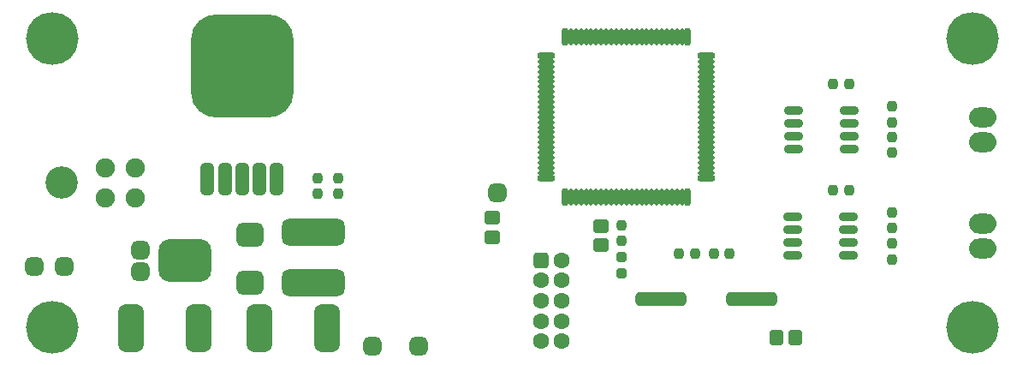
<source format=gts>
G04*
G04 #@! TF.GenerationSoftware,Altium Limited,Altium Designer,19.0.5 (141)*
G04*
G04 Layer_Color=8388736*
%FSLAX43Y43*%
%MOMM*%
G71*
G01*
G75*
G04:AMPARAMS|DCode=14|XSize=1.803mm|YSize=1.803mm|CornerRadius=0.502mm|HoleSize=0mm|Usage=FLASHONLY|Rotation=270.000|XOffset=0mm|YOffset=0mm|HoleType=Round|Shape=RoundedRectangle|*
%AMROUNDEDRECTD14*
21,1,1.803,0.800,0,0,270.0*
21,1,0.800,1.803,0,0,270.0*
1,1,1.003,-0.400,-0.400*
1,1,1.003,-0.400,0.400*
1,1,1.003,0.400,0.400*
1,1,1.003,0.400,-0.400*
%
%ADD14ROUNDEDRECTD14*%
G04:AMPARAMS|DCode=15|XSize=4.203mm|YSize=5.203mm|CornerRadius=1.102mm|HoleSize=0mm|Usage=FLASHONLY|Rotation=270.000|XOffset=0mm|YOffset=0mm|HoleType=Round|Shape=RoundedRectangle|*
%AMROUNDEDRECTD15*
21,1,4.203,3.000,0,0,270.0*
21,1,2.000,5.203,0,0,270.0*
1,1,2.203,-1.500,-1.000*
1,1,2.203,-1.500,1.000*
1,1,2.203,1.500,1.000*
1,1,2.203,1.500,-1.000*
%
%ADD15ROUNDEDRECTD15*%
G04:AMPARAMS|DCode=16|XSize=1.003mm|YSize=1.003mm|CornerRadius=0.302mm|HoleSize=0mm|Usage=FLASHONLY|Rotation=180.000|XOffset=0mm|YOffset=0mm|HoleType=Round|Shape=RoundedRectangle|*
%AMROUNDEDRECTD16*
21,1,1.003,0.400,0,0,180.0*
21,1,0.400,1.003,0,0,180.0*
1,1,0.603,-0.200,0.200*
1,1,0.603,0.200,0.200*
1,1,0.603,0.200,-0.200*
1,1,0.603,-0.200,-0.200*
%
%ADD16ROUNDEDRECTD16*%
G04:AMPARAMS|DCode=17|XSize=1.053mm|YSize=1.003mm|CornerRadius=0.302mm|HoleSize=0mm|Usage=FLASHONLY|Rotation=0.000|XOffset=0mm|YOffset=0mm|HoleType=Round|Shape=RoundedRectangle|*
%AMROUNDEDRECTD17*
21,1,1.053,0.400,0,0,0.0*
21,1,0.450,1.003,0,0,0.0*
1,1,0.603,0.225,-0.200*
1,1,0.603,-0.225,-0.200*
1,1,0.603,-0.225,0.200*
1,1,0.603,0.225,0.200*
%
%ADD17ROUNDEDRECTD17*%
G04:AMPARAMS|DCode=18|XSize=4.703mm|YSize=2.503mm|CornerRadius=0.677mm|HoleSize=0mm|Usage=FLASHONLY|Rotation=270.000|XOffset=0mm|YOffset=0mm|HoleType=Round|Shape=RoundedRectangle|*
%AMROUNDEDRECTD18*
21,1,4.703,1.150,0,0,270.0*
21,1,3.350,2.503,0,0,270.0*
1,1,1.353,-0.575,-1.675*
1,1,1.353,-0.575,1.675*
1,1,1.353,0.575,1.675*
1,1,1.353,0.575,-1.675*
%
%ADD18ROUNDEDRECTD18*%
G04:AMPARAMS|DCode=19|XSize=1.703mm|YSize=0.483mm|CornerRadius=0.172mm|HoleSize=0mm|Usage=FLASHONLY|Rotation=180.000|XOffset=0mm|YOffset=0mm|HoleType=Round|Shape=RoundedRectangle|*
%AMROUNDEDRECTD19*
21,1,1.703,0.140,0,0,180.0*
21,1,1.360,0.483,0,0,180.0*
1,1,0.343,-0.680,0.070*
1,1,0.343,0.680,0.070*
1,1,0.343,0.680,-0.070*
1,1,0.343,-0.680,-0.070*
%
%ADD19ROUNDEDRECTD19*%
G04:AMPARAMS|DCode=20|XSize=1.703mm|YSize=0.603mm|CornerRadius=0.202mm|HoleSize=0mm|Usage=FLASHONLY|Rotation=180.000|XOffset=0mm|YOffset=0mm|HoleType=Round|Shape=RoundedRectangle|*
%AMROUNDEDRECTD20*
21,1,1.703,0.200,0,0,180.0*
21,1,1.300,0.603,0,0,180.0*
1,1,0.403,-0.650,0.100*
1,1,0.403,0.650,0.100*
1,1,0.403,0.650,-0.100*
1,1,0.403,-0.650,-0.100*
%
%ADD20ROUNDEDRECTD20*%
G04:AMPARAMS|DCode=21|XSize=1.703mm|YSize=0.483mm|CornerRadius=0.172mm|HoleSize=0mm|Usage=FLASHONLY|Rotation=90.000|XOffset=0mm|YOffset=0mm|HoleType=Round|Shape=RoundedRectangle|*
%AMROUNDEDRECTD21*
21,1,1.703,0.140,0,0,90.0*
21,1,1.360,0.483,0,0,90.0*
1,1,0.343,0.070,0.680*
1,1,0.343,0.070,-0.680*
1,1,0.343,-0.070,-0.680*
1,1,0.343,-0.070,0.680*
%
%ADD21ROUNDEDRECTD21*%
G04:AMPARAMS|DCode=22|XSize=1.703mm|YSize=0.603mm|CornerRadius=0.202mm|HoleSize=0mm|Usage=FLASHONLY|Rotation=90.000|XOffset=0mm|YOffset=0mm|HoleType=Round|Shape=RoundedRectangle|*
%AMROUNDEDRECTD22*
21,1,1.703,0.200,0,0,90.0*
21,1,1.300,0.603,0,0,90.0*
1,1,0.403,0.100,0.650*
1,1,0.403,0.100,-0.650*
1,1,0.403,-0.100,-0.650*
1,1,0.403,-0.100,0.650*
%
%ADD22ROUNDEDRECTD22*%
G04:AMPARAMS|DCode=23|XSize=10.203mm|YSize=10.203mm|CornerRadius=2.602mm|HoleSize=0mm|Usage=FLASHONLY|Rotation=270.000|XOffset=0mm|YOffset=0mm|HoleType=Round|Shape=RoundedRectangle|*
%AMROUNDEDRECTD23*
21,1,10.203,5.000,0,0,270.0*
21,1,5.000,10.203,0,0,270.0*
1,1,5.203,-2.500,-2.500*
1,1,5.203,-2.500,2.500*
1,1,5.203,2.500,2.500*
1,1,5.203,2.500,-2.500*
%
%ADD23ROUNDEDRECTD23*%
G04:AMPARAMS|DCode=24|XSize=3.203mm|YSize=1.303mm|CornerRadius=0.377mm|HoleSize=0mm|Usage=FLASHONLY|Rotation=270.000|XOffset=0mm|YOffset=0mm|HoleType=Round|Shape=RoundedRectangle|*
%AMROUNDEDRECTD24*
21,1,3.203,0.550,0,0,270.0*
21,1,2.450,1.303,0,0,270.0*
1,1,0.753,-0.275,-1.225*
1,1,0.753,-0.275,1.225*
1,1,0.753,0.275,1.225*
1,1,0.753,0.275,-1.225*
%
%ADD24ROUNDEDRECTD24*%
G04:AMPARAMS|DCode=25|XSize=2.403mm|YSize=2.703mm|CornerRadius=0.652mm|HoleSize=0mm|Usage=FLASHONLY|Rotation=90.000|XOffset=0mm|YOffset=0mm|HoleType=Round|Shape=RoundedRectangle|*
%AMROUNDEDRECTD25*
21,1,2.403,1.400,0,0,90.0*
21,1,1.100,2.703,0,0,90.0*
1,1,1.303,0.700,0.550*
1,1,1.303,0.700,-0.550*
1,1,1.303,-0.700,-0.550*
1,1,1.303,-0.700,0.550*
%
%ADD25ROUNDEDRECTD25*%
G04:AMPARAMS|DCode=26|XSize=1.603mm|YSize=1.403mm|CornerRadius=0.402mm|HoleSize=0mm|Usage=FLASHONLY|Rotation=180.000|XOffset=0mm|YOffset=0mm|HoleType=Round|Shape=RoundedRectangle|*
%AMROUNDEDRECTD26*
21,1,1.603,0.600,0,0,180.0*
21,1,0.800,1.403,0,0,180.0*
1,1,0.803,-0.400,0.300*
1,1,0.803,0.400,0.300*
1,1,0.803,0.400,-0.300*
1,1,0.803,-0.400,-0.300*
%
%ADD26ROUNDEDRECTD26*%
G04:AMPARAMS|DCode=27|XSize=1.003mm|YSize=1.003mm|CornerRadius=0.302mm|HoleSize=0mm|Usage=FLASHONLY|Rotation=270.000|XOffset=0mm|YOffset=0mm|HoleType=Round|Shape=RoundedRectangle|*
%AMROUNDEDRECTD27*
21,1,1.003,0.400,0,0,270.0*
21,1,0.400,1.003,0,0,270.0*
1,1,0.603,-0.200,-0.200*
1,1,0.603,-0.200,0.200*
1,1,0.603,0.200,0.200*
1,1,0.603,0.200,-0.200*
%
%ADD27ROUNDEDRECTD27*%
G04:AMPARAMS|DCode=28|XSize=0.803mm|YSize=1.803mm|CornerRadius=0.252mm|HoleSize=0mm|Usage=FLASHONLY|Rotation=90.000|XOffset=0mm|YOffset=0mm|HoleType=Round|Shape=RoundedRectangle|*
%AMROUNDEDRECTD28*
21,1,0.803,1.300,0,0,90.0*
21,1,0.300,1.803,0,0,90.0*
1,1,0.503,0.650,0.150*
1,1,0.503,0.650,-0.150*
1,1,0.503,-0.650,-0.150*
1,1,0.503,-0.650,0.150*
%
%ADD28ROUNDEDRECTD28*%
G04:AMPARAMS|DCode=29|XSize=5.003mm|YSize=1.403mm|CornerRadius=0.402mm|HoleSize=0mm|Usage=FLASHONLY|Rotation=180.000|XOffset=0mm|YOffset=0mm|HoleType=Round|Shape=RoundedRectangle|*
%AMROUNDEDRECTD29*
21,1,5.003,0.600,0,0,180.0*
21,1,4.200,1.403,0,0,180.0*
1,1,0.803,-2.100,0.300*
1,1,0.803,2.100,0.300*
1,1,0.803,2.100,-0.300*
1,1,0.803,-2.100,-0.300*
%
%ADD29ROUNDEDRECTD29*%
G04:AMPARAMS|DCode=30|XSize=2.703mm|YSize=6.203mm|CornerRadius=0.727mm|HoleSize=0mm|Usage=FLASHONLY|Rotation=270.000|XOffset=0mm|YOffset=0mm|HoleType=Round|Shape=RoundedRectangle|*
%AMROUNDEDRECTD30*
21,1,2.703,4.750,0,0,270.0*
21,1,1.250,6.203,0,0,270.0*
1,1,1.453,-2.375,-0.625*
1,1,1.453,-2.375,0.625*
1,1,1.453,2.375,0.625*
1,1,1.453,2.375,-0.625*
%
%ADD30ROUNDEDRECTD30*%
G04:AMPARAMS|DCode=31|XSize=1.603mm|YSize=1.403mm|CornerRadius=0.402mm|HoleSize=0mm|Usage=FLASHONLY|Rotation=90.000|XOffset=0mm|YOffset=0mm|HoleType=Round|Shape=RoundedRectangle|*
%AMROUNDEDRECTD31*
21,1,1.603,0.600,0,0,90.0*
21,1,0.800,1.403,0,0,90.0*
1,1,0.803,0.300,0.400*
1,1,0.803,0.300,-0.400*
1,1,0.803,-0.300,-0.400*
1,1,0.803,-0.300,0.400*
%
%ADD31ROUNDEDRECTD31*%
%ADD32C,1.603*%
G04:AMPARAMS|DCode=33|XSize=1.603mm|YSize=1.603mm|CornerRadius=0.452mm|HoleSize=0mm|Usage=FLASHONLY|Rotation=0.000|XOffset=0mm|YOffset=0mm|HoleType=Round|Shape=RoundedRectangle|*
%AMROUNDEDRECTD33*
21,1,1.603,0.700,0,0,0.0*
21,1,0.700,1.603,0,0,0.0*
1,1,0.903,0.350,-0.350*
1,1,0.903,-0.350,-0.350*
1,1,0.903,-0.350,0.350*
1,1,0.903,0.350,0.350*
%
%ADD33ROUNDEDRECTD33*%
%ADD34O,2.703X1.953*%
%ADD35C,1.903*%
%ADD36C,3.203*%
G04:AMPARAMS|DCode=37|XSize=1.803mm|YSize=1.803mm|CornerRadius=0.502mm|HoleSize=0mm|Usage=FLASHONLY|Rotation=0.000|XOffset=0mm|YOffset=0mm|HoleType=Round|Shape=RoundedRectangle|*
%AMROUNDEDRECTD37*
21,1,1.803,0.800,0,0,0.0*
21,1,0.800,1.803,0,0,0.0*
1,1,1.003,0.400,-0.400*
1,1,1.003,-0.400,-0.400*
1,1,1.003,-0.400,0.400*
1,1,1.003,0.400,0.400*
%
%ADD37ROUNDEDRECTD37*%
%ADD38C,5.203*%
D14*
X8700Y5508D02*
D03*
Y7628D02*
D03*
D15*
X13100Y6568D02*
D03*
D16*
X83000Y8238D02*
D03*
Y9762D02*
D03*
Y18788D02*
D03*
Y20212D02*
D03*
X28238Y13165D02*
D03*
Y14741D02*
D03*
X26238D02*
D03*
Y13165D02*
D03*
X56261Y10063D02*
D03*
Y8488D02*
D03*
X83000Y17212D02*
D03*
Y21788D02*
D03*
Y11337D02*
D03*
Y6662D02*
D03*
D17*
X56269Y5326D02*
D03*
Y6876D02*
D03*
D18*
X14452Y-127D02*
D03*
X7748D02*
D03*
X27172D02*
D03*
X20468D02*
D03*
D19*
X64669Y15239D02*
D03*
Y15739D02*
D03*
Y16239D02*
D03*
Y16739D02*
D03*
Y17239D02*
D03*
Y17739D02*
D03*
Y18239D02*
D03*
Y18739D02*
D03*
Y19239D02*
D03*
Y19739D02*
D03*
Y20239D02*
D03*
X48869Y15239D02*
D03*
Y15739D02*
D03*
Y16239D02*
D03*
Y16739D02*
D03*
Y17239D02*
D03*
Y17739D02*
D03*
Y18239D02*
D03*
Y18739D02*
D03*
Y19239D02*
D03*
Y19739D02*
D03*
Y20239D02*
D03*
X64669Y21239D02*
D03*
Y21739D02*
D03*
Y22239D02*
D03*
Y22739D02*
D03*
Y23239D02*
D03*
Y23739D02*
D03*
Y24239D02*
D03*
Y24739D02*
D03*
Y25239D02*
D03*
Y25739D02*
D03*
Y26239D02*
D03*
X48869Y21239D02*
D03*
Y21739D02*
D03*
Y22239D02*
D03*
Y22739D02*
D03*
Y23239D02*
D03*
Y23739D02*
D03*
Y24239D02*
D03*
Y24739D02*
D03*
Y25239D02*
D03*
Y25739D02*
D03*
Y26239D02*
D03*
X64669Y20739D02*
D03*
X48869D02*
D03*
D20*
X64669Y14689D02*
D03*
X48869D02*
D03*
X64669Y26789D02*
D03*
X48869D02*
D03*
D21*
X62269Y12839D02*
D03*
X61769D02*
D03*
X61269D02*
D03*
X60769D02*
D03*
X60269D02*
D03*
X59769D02*
D03*
X59269D02*
D03*
X58769D02*
D03*
X58269D02*
D03*
X57769D02*
D03*
X57269D02*
D03*
X56269D02*
D03*
X55769D02*
D03*
X55269D02*
D03*
X54769D02*
D03*
X54269D02*
D03*
X53769D02*
D03*
X53269D02*
D03*
X52769D02*
D03*
X52269D02*
D03*
X51769D02*
D03*
X51269D02*
D03*
X62269Y28639D02*
D03*
X61769D02*
D03*
X61269D02*
D03*
X60769D02*
D03*
X60269D02*
D03*
X59769D02*
D03*
X59269D02*
D03*
X58769D02*
D03*
X58269D02*
D03*
X57769D02*
D03*
X57269D02*
D03*
X56269D02*
D03*
X55769D02*
D03*
X55269D02*
D03*
X54769D02*
D03*
X54269D02*
D03*
X53769D02*
D03*
X53269D02*
D03*
X52769D02*
D03*
X52269D02*
D03*
X51769D02*
D03*
X51269D02*
D03*
X56769Y12839D02*
D03*
Y28639D02*
D03*
D22*
X62819Y12839D02*
D03*
X50719D02*
D03*
X62819Y28639D02*
D03*
X50719D02*
D03*
D23*
X18764Y25781D02*
D03*
D24*
X15335Y14605D02*
D03*
X17035D02*
D03*
X18735D02*
D03*
X20435D02*
D03*
X22135D02*
D03*
D25*
X19530Y9081D02*
D03*
Y4381D02*
D03*
D26*
X43475Y10804D02*
D03*
Y8904D02*
D03*
X54229Y9967D02*
D03*
Y8067D02*
D03*
D27*
X61951Y7239D02*
D03*
X63526D02*
D03*
X65380D02*
D03*
X66954D02*
D03*
X78787Y13500D02*
D03*
X77213D02*
D03*
X78787Y24000D02*
D03*
X77213D02*
D03*
D28*
X73250Y7080D02*
D03*
Y8350D02*
D03*
Y10890D02*
D03*
Y9620D02*
D03*
X78750Y7080D02*
D03*
Y8350D02*
D03*
Y10890D02*
D03*
Y9620D02*
D03*
X78760Y20120D02*
D03*
Y21390D02*
D03*
Y18850D02*
D03*
Y17580D02*
D03*
X73260Y20120D02*
D03*
Y21390D02*
D03*
Y18850D02*
D03*
Y17580D02*
D03*
D29*
X60143Y2794D02*
D03*
X69143D02*
D03*
D30*
X25760Y9337D02*
D03*
Y4379D02*
D03*
D31*
X73475Y-1000D02*
D03*
X71575D02*
D03*
D32*
X48325Y600D02*
D03*
Y-1400D02*
D03*
Y4600D02*
D03*
X50325Y600D02*
D03*
Y-1400D02*
D03*
Y6600D02*
D03*
Y4600D02*
D03*
X48325Y2600D02*
D03*
X50325D02*
D03*
D33*
X48325Y6600D02*
D03*
D34*
X92000Y7750D02*
D03*
Y10250D02*
D03*
Y18250D02*
D03*
Y20750D02*
D03*
D35*
X5217Y15750D02*
D03*
Y12750D02*
D03*
X8217Y15750D02*
D03*
Y12750D02*
D03*
D36*
X917Y14250D02*
D03*
D37*
X44000Y13304D02*
D03*
X1201Y6000D02*
D03*
X31623Y-1905D02*
D03*
X-1794Y6000D02*
D03*
X36195Y-1905D02*
D03*
D38*
X91000Y0D02*
D03*
X0D02*
D03*
Y28500D02*
D03*
X91000D02*
D03*
M02*

</source>
